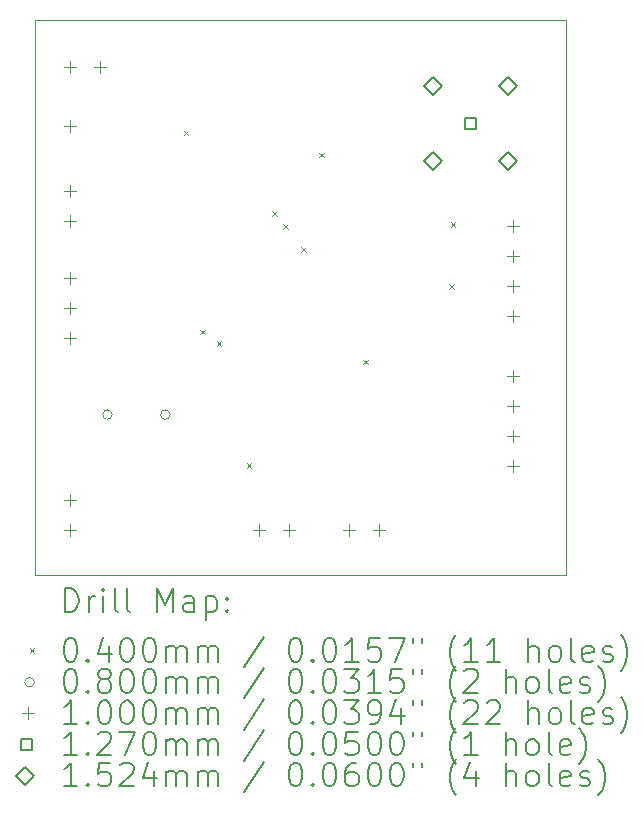
<source format=gbr>
%TF.GenerationSoftware,KiCad,Pcbnew,7.0.8-7.0.8~ubuntu22.04.1*%
%TF.CreationDate,2023-11-09T22:33:23+02:00*%
%TF.ProjectId,elepajaradio,656c6570-616a-4617-9261-64696f2e6b69,rev?*%
%TF.SameCoordinates,Original*%
%TF.FileFunction,Drillmap*%
%TF.FilePolarity,Positive*%
%FSLAX45Y45*%
G04 Gerber Fmt 4.5, Leading zero omitted, Abs format (unit mm)*
G04 Created by KiCad (PCBNEW 7.0.8-7.0.8~ubuntu22.04.1) date 2023-11-09 22:33:23*
%MOMM*%
%LPD*%
G01*
G04 APERTURE LIST*
%ADD10C,0.100000*%
%ADD11C,0.200000*%
%ADD12C,0.040000*%
%ADD13C,0.080000*%
%ADD14C,0.127000*%
%ADD15C,0.152400*%
G04 APERTURE END LIST*
D10*
X12200000Y-7100000D02*
X16700000Y-7100000D01*
X16700000Y-11800000D01*
X12200000Y-11800000D01*
X12200000Y-7100000D01*
D11*
D12*
X13460000Y-8040000D02*
X13500000Y-8080000D01*
X13500000Y-8040000D02*
X13460000Y-8080000D01*
X13600000Y-9725000D02*
X13640000Y-9765000D01*
X13640000Y-9725000D02*
X13600000Y-9765000D01*
X13738730Y-9821270D02*
X13778730Y-9861270D01*
X13778730Y-9821270D02*
X13738730Y-9861270D01*
X13993712Y-10854000D02*
X14033712Y-10894000D01*
X14033712Y-10854000D02*
X13993712Y-10894000D01*
X14209000Y-8724000D02*
X14249000Y-8764000D01*
X14249000Y-8724000D02*
X14209000Y-8764000D01*
X14305000Y-8830000D02*
X14345000Y-8870000D01*
X14345000Y-8830000D02*
X14305000Y-8870000D01*
X14455000Y-9030000D02*
X14495000Y-9070000D01*
X14495000Y-9030000D02*
X14455000Y-9070000D01*
X14608416Y-8227000D02*
X14648416Y-8267000D01*
X14648416Y-8227000D02*
X14608416Y-8267000D01*
X14980000Y-9980000D02*
X15020000Y-10020000D01*
X15020000Y-9980000D02*
X14980000Y-10020000D01*
X15710000Y-9341000D02*
X15750000Y-9381000D01*
X15750000Y-9341000D02*
X15710000Y-9381000D01*
X15721000Y-8815000D02*
X15761000Y-8855000D01*
X15761000Y-8815000D02*
X15721000Y-8855000D01*
D13*
X12855000Y-10445000D02*
G75*
G03*
X12855000Y-10445000I-40000J0D01*
G01*
X13345000Y-10445000D02*
G75*
G03*
X13345000Y-10445000I-40000J0D01*
G01*
D10*
X12500000Y-7450000D02*
X12500000Y-7550000D01*
X12450000Y-7500000D02*
X12550000Y-7500000D01*
X12500000Y-7950000D02*
X12500000Y-8050000D01*
X12450000Y-8000000D02*
X12550000Y-8000000D01*
X12500000Y-8502500D02*
X12500000Y-8602500D01*
X12450000Y-8552500D02*
X12550000Y-8552500D01*
X12500000Y-8756500D02*
X12500000Y-8856500D01*
X12450000Y-8806500D02*
X12550000Y-8806500D01*
X12500000Y-9241500D02*
X12500000Y-9341500D01*
X12450000Y-9291500D02*
X12550000Y-9291500D01*
X12500000Y-9495500D02*
X12500000Y-9595500D01*
X12450000Y-9545500D02*
X12550000Y-9545500D01*
X12500000Y-9749500D02*
X12500000Y-9849500D01*
X12450000Y-9799500D02*
X12550000Y-9799500D01*
X12500000Y-11119000D02*
X12500000Y-11219000D01*
X12450000Y-11169000D02*
X12550000Y-11169000D01*
X12500000Y-11373000D02*
X12500000Y-11473000D01*
X12450000Y-11423000D02*
X12550000Y-11423000D01*
X12754000Y-7450000D02*
X12754000Y-7550000D01*
X12704000Y-7500000D02*
X12804000Y-7500000D01*
X14097000Y-11373000D02*
X14097000Y-11473000D01*
X14047000Y-11423000D02*
X14147000Y-11423000D01*
X14351000Y-11373000D02*
X14351000Y-11473000D01*
X14301000Y-11423000D02*
X14401000Y-11423000D01*
X14859000Y-11373000D02*
X14859000Y-11473000D01*
X14809000Y-11423000D02*
X14909000Y-11423000D01*
X15113000Y-11373000D02*
X15113000Y-11473000D01*
X15063000Y-11423000D02*
X15163000Y-11423000D01*
X16250000Y-8799000D02*
X16250000Y-8899000D01*
X16200000Y-8849000D02*
X16300000Y-8849000D01*
X16250000Y-9053000D02*
X16250000Y-9153000D01*
X16200000Y-9103000D02*
X16300000Y-9103000D01*
X16250000Y-9307000D02*
X16250000Y-9407000D01*
X16200000Y-9357000D02*
X16300000Y-9357000D01*
X16250000Y-9561000D02*
X16250000Y-9661000D01*
X16200000Y-9611000D02*
X16300000Y-9611000D01*
X16250000Y-10069000D02*
X16250000Y-10169000D01*
X16200000Y-10119000D02*
X16300000Y-10119000D01*
X16250000Y-10323000D02*
X16250000Y-10423000D01*
X16200000Y-10373000D02*
X16300000Y-10373000D01*
X16250000Y-10577000D02*
X16250000Y-10677000D01*
X16200000Y-10627000D02*
X16300000Y-10627000D01*
X16250000Y-10831000D02*
X16250000Y-10931000D01*
X16200000Y-10881000D02*
X16300000Y-10881000D01*
D14*
X15931902Y-8025902D02*
X15931902Y-7936098D01*
X15842098Y-7936098D01*
X15842098Y-8025902D01*
X15931902Y-8025902D01*
D15*
X15569500Y-7739700D02*
X15645700Y-7663500D01*
X15569500Y-7587300D01*
X15493300Y-7663500D01*
X15569500Y-7739700D01*
X15569500Y-8374700D02*
X15645700Y-8298500D01*
X15569500Y-8222300D01*
X15493300Y-8298500D01*
X15569500Y-8374700D01*
X16204500Y-7739700D02*
X16280700Y-7663500D01*
X16204500Y-7587300D01*
X16128300Y-7663500D01*
X16204500Y-7739700D01*
X16204500Y-8374700D02*
X16280700Y-8298500D01*
X16204500Y-8222300D01*
X16128300Y-8298500D01*
X16204500Y-8374700D01*
D11*
X12455777Y-12116484D02*
X12455777Y-11916484D01*
X12455777Y-11916484D02*
X12503396Y-11916484D01*
X12503396Y-11916484D02*
X12531967Y-11926008D01*
X12531967Y-11926008D02*
X12551015Y-11945055D01*
X12551015Y-11945055D02*
X12560539Y-11964103D01*
X12560539Y-11964103D02*
X12570062Y-12002198D01*
X12570062Y-12002198D02*
X12570062Y-12030769D01*
X12570062Y-12030769D02*
X12560539Y-12068865D01*
X12560539Y-12068865D02*
X12551015Y-12087912D01*
X12551015Y-12087912D02*
X12531967Y-12106960D01*
X12531967Y-12106960D02*
X12503396Y-12116484D01*
X12503396Y-12116484D02*
X12455777Y-12116484D01*
X12655777Y-12116484D02*
X12655777Y-11983150D01*
X12655777Y-12021246D02*
X12665301Y-12002198D01*
X12665301Y-12002198D02*
X12674824Y-11992674D01*
X12674824Y-11992674D02*
X12693872Y-11983150D01*
X12693872Y-11983150D02*
X12712920Y-11983150D01*
X12779586Y-12116484D02*
X12779586Y-11983150D01*
X12779586Y-11916484D02*
X12770062Y-11926008D01*
X12770062Y-11926008D02*
X12779586Y-11935531D01*
X12779586Y-11935531D02*
X12789110Y-11926008D01*
X12789110Y-11926008D02*
X12779586Y-11916484D01*
X12779586Y-11916484D02*
X12779586Y-11935531D01*
X12903396Y-12116484D02*
X12884348Y-12106960D01*
X12884348Y-12106960D02*
X12874824Y-12087912D01*
X12874824Y-12087912D02*
X12874824Y-11916484D01*
X13008158Y-12116484D02*
X12989110Y-12106960D01*
X12989110Y-12106960D02*
X12979586Y-12087912D01*
X12979586Y-12087912D02*
X12979586Y-11916484D01*
X13236729Y-12116484D02*
X13236729Y-11916484D01*
X13236729Y-11916484D02*
X13303396Y-12059341D01*
X13303396Y-12059341D02*
X13370062Y-11916484D01*
X13370062Y-11916484D02*
X13370062Y-12116484D01*
X13551015Y-12116484D02*
X13551015Y-12011722D01*
X13551015Y-12011722D02*
X13541491Y-11992674D01*
X13541491Y-11992674D02*
X13522443Y-11983150D01*
X13522443Y-11983150D02*
X13484348Y-11983150D01*
X13484348Y-11983150D02*
X13465301Y-11992674D01*
X13551015Y-12106960D02*
X13531967Y-12116484D01*
X13531967Y-12116484D02*
X13484348Y-12116484D01*
X13484348Y-12116484D02*
X13465301Y-12106960D01*
X13465301Y-12106960D02*
X13455777Y-12087912D01*
X13455777Y-12087912D02*
X13455777Y-12068865D01*
X13455777Y-12068865D02*
X13465301Y-12049817D01*
X13465301Y-12049817D02*
X13484348Y-12040293D01*
X13484348Y-12040293D02*
X13531967Y-12040293D01*
X13531967Y-12040293D02*
X13551015Y-12030769D01*
X13646253Y-11983150D02*
X13646253Y-12183150D01*
X13646253Y-11992674D02*
X13665301Y-11983150D01*
X13665301Y-11983150D02*
X13703396Y-11983150D01*
X13703396Y-11983150D02*
X13722443Y-11992674D01*
X13722443Y-11992674D02*
X13731967Y-12002198D01*
X13731967Y-12002198D02*
X13741491Y-12021246D01*
X13741491Y-12021246D02*
X13741491Y-12078388D01*
X13741491Y-12078388D02*
X13731967Y-12097436D01*
X13731967Y-12097436D02*
X13722443Y-12106960D01*
X13722443Y-12106960D02*
X13703396Y-12116484D01*
X13703396Y-12116484D02*
X13665301Y-12116484D01*
X13665301Y-12116484D02*
X13646253Y-12106960D01*
X13827205Y-12097436D02*
X13836729Y-12106960D01*
X13836729Y-12106960D02*
X13827205Y-12116484D01*
X13827205Y-12116484D02*
X13817682Y-12106960D01*
X13817682Y-12106960D02*
X13827205Y-12097436D01*
X13827205Y-12097436D02*
X13827205Y-12116484D01*
X13827205Y-11992674D02*
X13836729Y-12002198D01*
X13836729Y-12002198D02*
X13827205Y-12011722D01*
X13827205Y-12011722D02*
X13817682Y-12002198D01*
X13817682Y-12002198D02*
X13827205Y-11992674D01*
X13827205Y-11992674D02*
X13827205Y-12011722D01*
D12*
X12155000Y-12425000D02*
X12195000Y-12465000D01*
X12195000Y-12425000D02*
X12155000Y-12465000D01*
D11*
X12493872Y-12336484D02*
X12512920Y-12336484D01*
X12512920Y-12336484D02*
X12531967Y-12346008D01*
X12531967Y-12346008D02*
X12541491Y-12355531D01*
X12541491Y-12355531D02*
X12551015Y-12374579D01*
X12551015Y-12374579D02*
X12560539Y-12412674D01*
X12560539Y-12412674D02*
X12560539Y-12460293D01*
X12560539Y-12460293D02*
X12551015Y-12498388D01*
X12551015Y-12498388D02*
X12541491Y-12517436D01*
X12541491Y-12517436D02*
X12531967Y-12526960D01*
X12531967Y-12526960D02*
X12512920Y-12536484D01*
X12512920Y-12536484D02*
X12493872Y-12536484D01*
X12493872Y-12536484D02*
X12474824Y-12526960D01*
X12474824Y-12526960D02*
X12465301Y-12517436D01*
X12465301Y-12517436D02*
X12455777Y-12498388D01*
X12455777Y-12498388D02*
X12446253Y-12460293D01*
X12446253Y-12460293D02*
X12446253Y-12412674D01*
X12446253Y-12412674D02*
X12455777Y-12374579D01*
X12455777Y-12374579D02*
X12465301Y-12355531D01*
X12465301Y-12355531D02*
X12474824Y-12346008D01*
X12474824Y-12346008D02*
X12493872Y-12336484D01*
X12646253Y-12517436D02*
X12655777Y-12526960D01*
X12655777Y-12526960D02*
X12646253Y-12536484D01*
X12646253Y-12536484D02*
X12636729Y-12526960D01*
X12636729Y-12526960D02*
X12646253Y-12517436D01*
X12646253Y-12517436D02*
X12646253Y-12536484D01*
X12827205Y-12403150D02*
X12827205Y-12536484D01*
X12779586Y-12326960D02*
X12731967Y-12469817D01*
X12731967Y-12469817D02*
X12855777Y-12469817D01*
X12970062Y-12336484D02*
X12989110Y-12336484D01*
X12989110Y-12336484D02*
X13008158Y-12346008D01*
X13008158Y-12346008D02*
X13017682Y-12355531D01*
X13017682Y-12355531D02*
X13027205Y-12374579D01*
X13027205Y-12374579D02*
X13036729Y-12412674D01*
X13036729Y-12412674D02*
X13036729Y-12460293D01*
X13036729Y-12460293D02*
X13027205Y-12498388D01*
X13027205Y-12498388D02*
X13017682Y-12517436D01*
X13017682Y-12517436D02*
X13008158Y-12526960D01*
X13008158Y-12526960D02*
X12989110Y-12536484D01*
X12989110Y-12536484D02*
X12970062Y-12536484D01*
X12970062Y-12536484D02*
X12951015Y-12526960D01*
X12951015Y-12526960D02*
X12941491Y-12517436D01*
X12941491Y-12517436D02*
X12931967Y-12498388D01*
X12931967Y-12498388D02*
X12922443Y-12460293D01*
X12922443Y-12460293D02*
X12922443Y-12412674D01*
X12922443Y-12412674D02*
X12931967Y-12374579D01*
X12931967Y-12374579D02*
X12941491Y-12355531D01*
X12941491Y-12355531D02*
X12951015Y-12346008D01*
X12951015Y-12346008D02*
X12970062Y-12336484D01*
X13160539Y-12336484D02*
X13179586Y-12336484D01*
X13179586Y-12336484D02*
X13198634Y-12346008D01*
X13198634Y-12346008D02*
X13208158Y-12355531D01*
X13208158Y-12355531D02*
X13217682Y-12374579D01*
X13217682Y-12374579D02*
X13227205Y-12412674D01*
X13227205Y-12412674D02*
X13227205Y-12460293D01*
X13227205Y-12460293D02*
X13217682Y-12498388D01*
X13217682Y-12498388D02*
X13208158Y-12517436D01*
X13208158Y-12517436D02*
X13198634Y-12526960D01*
X13198634Y-12526960D02*
X13179586Y-12536484D01*
X13179586Y-12536484D02*
X13160539Y-12536484D01*
X13160539Y-12536484D02*
X13141491Y-12526960D01*
X13141491Y-12526960D02*
X13131967Y-12517436D01*
X13131967Y-12517436D02*
X13122443Y-12498388D01*
X13122443Y-12498388D02*
X13112920Y-12460293D01*
X13112920Y-12460293D02*
X13112920Y-12412674D01*
X13112920Y-12412674D02*
X13122443Y-12374579D01*
X13122443Y-12374579D02*
X13131967Y-12355531D01*
X13131967Y-12355531D02*
X13141491Y-12346008D01*
X13141491Y-12346008D02*
X13160539Y-12336484D01*
X13312920Y-12536484D02*
X13312920Y-12403150D01*
X13312920Y-12422198D02*
X13322443Y-12412674D01*
X13322443Y-12412674D02*
X13341491Y-12403150D01*
X13341491Y-12403150D02*
X13370063Y-12403150D01*
X13370063Y-12403150D02*
X13389110Y-12412674D01*
X13389110Y-12412674D02*
X13398634Y-12431722D01*
X13398634Y-12431722D02*
X13398634Y-12536484D01*
X13398634Y-12431722D02*
X13408158Y-12412674D01*
X13408158Y-12412674D02*
X13427205Y-12403150D01*
X13427205Y-12403150D02*
X13455777Y-12403150D01*
X13455777Y-12403150D02*
X13474824Y-12412674D01*
X13474824Y-12412674D02*
X13484348Y-12431722D01*
X13484348Y-12431722D02*
X13484348Y-12536484D01*
X13579586Y-12536484D02*
X13579586Y-12403150D01*
X13579586Y-12422198D02*
X13589110Y-12412674D01*
X13589110Y-12412674D02*
X13608158Y-12403150D01*
X13608158Y-12403150D02*
X13636729Y-12403150D01*
X13636729Y-12403150D02*
X13655777Y-12412674D01*
X13655777Y-12412674D02*
X13665301Y-12431722D01*
X13665301Y-12431722D02*
X13665301Y-12536484D01*
X13665301Y-12431722D02*
X13674824Y-12412674D01*
X13674824Y-12412674D02*
X13693872Y-12403150D01*
X13693872Y-12403150D02*
X13722443Y-12403150D01*
X13722443Y-12403150D02*
X13741491Y-12412674D01*
X13741491Y-12412674D02*
X13751015Y-12431722D01*
X13751015Y-12431722D02*
X13751015Y-12536484D01*
X14141491Y-12326960D02*
X13970063Y-12584103D01*
X14398634Y-12336484D02*
X14417682Y-12336484D01*
X14417682Y-12336484D02*
X14436729Y-12346008D01*
X14436729Y-12346008D02*
X14446253Y-12355531D01*
X14446253Y-12355531D02*
X14455777Y-12374579D01*
X14455777Y-12374579D02*
X14465301Y-12412674D01*
X14465301Y-12412674D02*
X14465301Y-12460293D01*
X14465301Y-12460293D02*
X14455777Y-12498388D01*
X14455777Y-12498388D02*
X14446253Y-12517436D01*
X14446253Y-12517436D02*
X14436729Y-12526960D01*
X14436729Y-12526960D02*
X14417682Y-12536484D01*
X14417682Y-12536484D02*
X14398634Y-12536484D01*
X14398634Y-12536484D02*
X14379586Y-12526960D01*
X14379586Y-12526960D02*
X14370063Y-12517436D01*
X14370063Y-12517436D02*
X14360539Y-12498388D01*
X14360539Y-12498388D02*
X14351015Y-12460293D01*
X14351015Y-12460293D02*
X14351015Y-12412674D01*
X14351015Y-12412674D02*
X14360539Y-12374579D01*
X14360539Y-12374579D02*
X14370063Y-12355531D01*
X14370063Y-12355531D02*
X14379586Y-12346008D01*
X14379586Y-12346008D02*
X14398634Y-12336484D01*
X14551015Y-12517436D02*
X14560539Y-12526960D01*
X14560539Y-12526960D02*
X14551015Y-12536484D01*
X14551015Y-12536484D02*
X14541491Y-12526960D01*
X14541491Y-12526960D02*
X14551015Y-12517436D01*
X14551015Y-12517436D02*
X14551015Y-12536484D01*
X14684348Y-12336484D02*
X14703396Y-12336484D01*
X14703396Y-12336484D02*
X14722444Y-12346008D01*
X14722444Y-12346008D02*
X14731967Y-12355531D01*
X14731967Y-12355531D02*
X14741491Y-12374579D01*
X14741491Y-12374579D02*
X14751015Y-12412674D01*
X14751015Y-12412674D02*
X14751015Y-12460293D01*
X14751015Y-12460293D02*
X14741491Y-12498388D01*
X14741491Y-12498388D02*
X14731967Y-12517436D01*
X14731967Y-12517436D02*
X14722444Y-12526960D01*
X14722444Y-12526960D02*
X14703396Y-12536484D01*
X14703396Y-12536484D02*
X14684348Y-12536484D01*
X14684348Y-12536484D02*
X14665301Y-12526960D01*
X14665301Y-12526960D02*
X14655777Y-12517436D01*
X14655777Y-12517436D02*
X14646253Y-12498388D01*
X14646253Y-12498388D02*
X14636729Y-12460293D01*
X14636729Y-12460293D02*
X14636729Y-12412674D01*
X14636729Y-12412674D02*
X14646253Y-12374579D01*
X14646253Y-12374579D02*
X14655777Y-12355531D01*
X14655777Y-12355531D02*
X14665301Y-12346008D01*
X14665301Y-12346008D02*
X14684348Y-12336484D01*
X14941491Y-12536484D02*
X14827206Y-12536484D01*
X14884348Y-12536484D02*
X14884348Y-12336484D01*
X14884348Y-12336484D02*
X14865301Y-12365055D01*
X14865301Y-12365055D02*
X14846253Y-12384103D01*
X14846253Y-12384103D02*
X14827206Y-12393627D01*
X15122444Y-12336484D02*
X15027206Y-12336484D01*
X15027206Y-12336484D02*
X15017682Y-12431722D01*
X15017682Y-12431722D02*
X15027206Y-12422198D01*
X15027206Y-12422198D02*
X15046253Y-12412674D01*
X15046253Y-12412674D02*
X15093872Y-12412674D01*
X15093872Y-12412674D02*
X15112920Y-12422198D01*
X15112920Y-12422198D02*
X15122444Y-12431722D01*
X15122444Y-12431722D02*
X15131967Y-12450769D01*
X15131967Y-12450769D02*
X15131967Y-12498388D01*
X15131967Y-12498388D02*
X15122444Y-12517436D01*
X15122444Y-12517436D02*
X15112920Y-12526960D01*
X15112920Y-12526960D02*
X15093872Y-12536484D01*
X15093872Y-12536484D02*
X15046253Y-12536484D01*
X15046253Y-12536484D02*
X15027206Y-12526960D01*
X15027206Y-12526960D02*
X15017682Y-12517436D01*
X15198634Y-12336484D02*
X15331967Y-12336484D01*
X15331967Y-12336484D02*
X15246253Y-12536484D01*
X15398634Y-12336484D02*
X15398634Y-12374579D01*
X15474825Y-12336484D02*
X15474825Y-12374579D01*
X15770063Y-12612674D02*
X15760539Y-12603150D01*
X15760539Y-12603150D02*
X15741491Y-12574579D01*
X15741491Y-12574579D02*
X15731968Y-12555531D01*
X15731968Y-12555531D02*
X15722444Y-12526960D01*
X15722444Y-12526960D02*
X15712920Y-12479341D01*
X15712920Y-12479341D02*
X15712920Y-12441246D01*
X15712920Y-12441246D02*
X15722444Y-12393627D01*
X15722444Y-12393627D02*
X15731968Y-12365055D01*
X15731968Y-12365055D02*
X15741491Y-12346008D01*
X15741491Y-12346008D02*
X15760539Y-12317436D01*
X15760539Y-12317436D02*
X15770063Y-12307912D01*
X15951015Y-12536484D02*
X15836729Y-12536484D01*
X15893872Y-12536484D02*
X15893872Y-12336484D01*
X15893872Y-12336484D02*
X15874825Y-12365055D01*
X15874825Y-12365055D02*
X15855777Y-12384103D01*
X15855777Y-12384103D02*
X15836729Y-12393627D01*
X16141491Y-12536484D02*
X16027206Y-12536484D01*
X16084348Y-12536484D02*
X16084348Y-12336484D01*
X16084348Y-12336484D02*
X16065301Y-12365055D01*
X16065301Y-12365055D02*
X16046253Y-12384103D01*
X16046253Y-12384103D02*
X16027206Y-12393627D01*
X16379587Y-12536484D02*
X16379587Y-12336484D01*
X16465301Y-12536484D02*
X16465301Y-12431722D01*
X16465301Y-12431722D02*
X16455777Y-12412674D01*
X16455777Y-12412674D02*
X16436730Y-12403150D01*
X16436730Y-12403150D02*
X16408158Y-12403150D01*
X16408158Y-12403150D02*
X16389110Y-12412674D01*
X16389110Y-12412674D02*
X16379587Y-12422198D01*
X16589110Y-12536484D02*
X16570063Y-12526960D01*
X16570063Y-12526960D02*
X16560539Y-12517436D01*
X16560539Y-12517436D02*
X16551015Y-12498388D01*
X16551015Y-12498388D02*
X16551015Y-12441246D01*
X16551015Y-12441246D02*
X16560539Y-12422198D01*
X16560539Y-12422198D02*
X16570063Y-12412674D01*
X16570063Y-12412674D02*
X16589110Y-12403150D01*
X16589110Y-12403150D02*
X16617682Y-12403150D01*
X16617682Y-12403150D02*
X16636730Y-12412674D01*
X16636730Y-12412674D02*
X16646253Y-12422198D01*
X16646253Y-12422198D02*
X16655777Y-12441246D01*
X16655777Y-12441246D02*
X16655777Y-12498388D01*
X16655777Y-12498388D02*
X16646253Y-12517436D01*
X16646253Y-12517436D02*
X16636730Y-12526960D01*
X16636730Y-12526960D02*
X16617682Y-12536484D01*
X16617682Y-12536484D02*
X16589110Y-12536484D01*
X16770063Y-12536484D02*
X16751015Y-12526960D01*
X16751015Y-12526960D02*
X16741491Y-12507912D01*
X16741491Y-12507912D02*
X16741491Y-12336484D01*
X16922444Y-12526960D02*
X16903396Y-12536484D01*
X16903396Y-12536484D02*
X16865301Y-12536484D01*
X16865301Y-12536484D02*
X16846253Y-12526960D01*
X16846253Y-12526960D02*
X16836730Y-12507912D01*
X16836730Y-12507912D02*
X16836730Y-12431722D01*
X16836730Y-12431722D02*
X16846253Y-12412674D01*
X16846253Y-12412674D02*
X16865301Y-12403150D01*
X16865301Y-12403150D02*
X16903396Y-12403150D01*
X16903396Y-12403150D02*
X16922444Y-12412674D01*
X16922444Y-12412674D02*
X16931968Y-12431722D01*
X16931968Y-12431722D02*
X16931968Y-12450769D01*
X16931968Y-12450769D02*
X16836730Y-12469817D01*
X17008158Y-12526960D02*
X17027206Y-12536484D01*
X17027206Y-12536484D02*
X17065301Y-12536484D01*
X17065301Y-12536484D02*
X17084349Y-12526960D01*
X17084349Y-12526960D02*
X17093873Y-12507912D01*
X17093873Y-12507912D02*
X17093873Y-12498388D01*
X17093873Y-12498388D02*
X17084349Y-12479341D01*
X17084349Y-12479341D02*
X17065301Y-12469817D01*
X17065301Y-12469817D02*
X17036730Y-12469817D01*
X17036730Y-12469817D02*
X17017682Y-12460293D01*
X17017682Y-12460293D02*
X17008158Y-12441246D01*
X17008158Y-12441246D02*
X17008158Y-12431722D01*
X17008158Y-12431722D02*
X17017682Y-12412674D01*
X17017682Y-12412674D02*
X17036730Y-12403150D01*
X17036730Y-12403150D02*
X17065301Y-12403150D01*
X17065301Y-12403150D02*
X17084349Y-12412674D01*
X17160539Y-12612674D02*
X17170063Y-12603150D01*
X17170063Y-12603150D02*
X17189111Y-12574579D01*
X17189111Y-12574579D02*
X17198634Y-12555531D01*
X17198634Y-12555531D02*
X17208158Y-12526960D01*
X17208158Y-12526960D02*
X17217682Y-12479341D01*
X17217682Y-12479341D02*
X17217682Y-12441246D01*
X17217682Y-12441246D02*
X17208158Y-12393627D01*
X17208158Y-12393627D02*
X17198634Y-12365055D01*
X17198634Y-12365055D02*
X17189111Y-12346008D01*
X17189111Y-12346008D02*
X17170063Y-12317436D01*
X17170063Y-12317436D02*
X17160539Y-12307912D01*
D13*
X12195000Y-12709000D02*
G75*
G03*
X12195000Y-12709000I-40000J0D01*
G01*
D11*
X12493872Y-12600484D02*
X12512920Y-12600484D01*
X12512920Y-12600484D02*
X12531967Y-12610008D01*
X12531967Y-12610008D02*
X12541491Y-12619531D01*
X12541491Y-12619531D02*
X12551015Y-12638579D01*
X12551015Y-12638579D02*
X12560539Y-12676674D01*
X12560539Y-12676674D02*
X12560539Y-12724293D01*
X12560539Y-12724293D02*
X12551015Y-12762388D01*
X12551015Y-12762388D02*
X12541491Y-12781436D01*
X12541491Y-12781436D02*
X12531967Y-12790960D01*
X12531967Y-12790960D02*
X12512920Y-12800484D01*
X12512920Y-12800484D02*
X12493872Y-12800484D01*
X12493872Y-12800484D02*
X12474824Y-12790960D01*
X12474824Y-12790960D02*
X12465301Y-12781436D01*
X12465301Y-12781436D02*
X12455777Y-12762388D01*
X12455777Y-12762388D02*
X12446253Y-12724293D01*
X12446253Y-12724293D02*
X12446253Y-12676674D01*
X12446253Y-12676674D02*
X12455777Y-12638579D01*
X12455777Y-12638579D02*
X12465301Y-12619531D01*
X12465301Y-12619531D02*
X12474824Y-12610008D01*
X12474824Y-12610008D02*
X12493872Y-12600484D01*
X12646253Y-12781436D02*
X12655777Y-12790960D01*
X12655777Y-12790960D02*
X12646253Y-12800484D01*
X12646253Y-12800484D02*
X12636729Y-12790960D01*
X12636729Y-12790960D02*
X12646253Y-12781436D01*
X12646253Y-12781436D02*
X12646253Y-12800484D01*
X12770062Y-12686198D02*
X12751015Y-12676674D01*
X12751015Y-12676674D02*
X12741491Y-12667150D01*
X12741491Y-12667150D02*
X12731967Y-12648103D01*
X12731967Y-12648103D02*
X12731967Y-12638579D01*
X12731967Y-12638579D02*
X12741491Y-12619531D01*
X12741491Y-12619531D02*
X12751015Y-12610008D01*
X12751015Y-12610008D02*
X12770062Y-12600484D01*
X12770062Y-12600484D02*
X12808158Y-12600484D01*
X12808158Y-12600484D02*
X12827205Y-12610008D01*
X12827205Y-12610008D02*
X12836729Y-12619531D01*
X12836729Y-12619531D02*
X12846253Y-12638579D01*
X12846253Y-12638579D02*
X12846253Y-12648103D01*
X12846253Y-12648103D02*
X12836729Y-12667150D01*
X12836729Y-12667150D02*
X12827205Y-12676674D01*
X12827205Y-12676674D02*
X12808158Y-12686198D01*
X12808158Y-12686198D02*
X12770062Y-12686198D01*
X12770062Y-12686198D02*
X12751015Y-12695722D01*
X12751015Y-12695722D02*
X12741491Y-12705246D01*
X12741491Y-12705246D02*
X12731967Y-12724293D01*
X12731967Y-12724293D02*
X12731967Y-12762388D01*
X12731967Y-12762388D02*
X12741491Y-12781436D01*
X12741491Y-12781436D02*
X12751015Y-12790960D01*
X12751015Y-12790960D02*
X12770062Y-12800484D01*
X12770062Y-12800484D02*
X12808158Y-12800484D01*
X12808158Y-12800484D02*
X12827205Y-12790960D01*
X12827205Y-12790960D02*
X12836729Y-12781436D01*
X12836729Y-12781436D02*
X12846253Y-12762388D01*
X12846253Y-12762388D02*
X12846253Y-12724293D01*
X12846253Y-12724293D02*
X12836729Y-12705246D01*
X12836729Y-12705246D02*
X12827205Y-12695722D01*
X12827205Y-12695722D02*
X12808158Y-12686198D01*
X12970062Y-12600484D02*
X12989110Y-12600484D01*
X12989110Y-12600484D02*
X13008158Y-12610008D01*
X13008158Y-12610008D02*
X13017682Y-12619531D01*
X13017682Y-12619531D02*
X13027205Y-12638579D01*
X13027205Y-12638579D02*
X13036729Y-12676674D01*
X13036729Y-12676674D02*
X13036729Y-12724293D01*
X13036729Y-12724293D02*
X13027205Y-12762388D01*
X13027205Y-12762388D02*
X13017682Y-12781436D01*
X13017682Y-12781436D02*
X13008158Y-12790960D01*
X13008158Y-12790960D02*
X12989110Y-12800484D01*
X12989110Y-12800484D02*
X12970062Y-12800484D01*
X12970062Y-12800484D02*
X12951015Y-12790960D01*
X12951015Y-12790960D02*
X12941491Y-12781436D01*
X12941491Y-12781436D02*
X12931967Y-12762388D01*
X12931967Y-12762388D02*
X12922443Y-12724293D01*
X12922443Y-12724293D02*
X12922443Y-12676674D01*
X12922443Y-12676674D02*
X12931967Y-12638579D01*
X12931967Y-12638579D02*
X12941491Y-12619531D01*
X12941491Y-12619531D02*
X12951015Y-12610008D01*
X12951015Y-12610008D02*
X12970062Y-12600484D01*
X13160539Y-12600484D02*
X13179586Y-12600484D01*
X13179586Y-12600484D02*
X13198634Y-12610008D01*
X13198634Y-12610008D02*
X13208158Y-12619531D01*
X13208158Y-12619531D02*
X13217682Y-12638579D01*
X13217682Y-12638579D02*
X13227205Y-12676674D01*
X13227205Y-12676674D02*
X13227205Y-12724293D01*
X13227205Y-12724293D02*
X13217682Y-12762388D01*
X13217682Y-12762388D02*
X13208158Y-12781436D01*
X13208158Y-12781436D02*
X13198634Y-12790960D01*
X13198634Y-12790960D02*
X13179586Y-12800484D01*
X13179586Y-12800484D02*
X13160539Y-12800484D01*
X13160539Y-12800484D02*
X13141491Y-12790960D01*
X13141491Y-12790960D02*
X13131967Y-12781436D01*
X13131967Y-12781436D02*
X13122443Y-12762388D01*
X13122443Y-12762388D02*
X13112920Y-12724293D01*
X13112920Y-12724293D02*
X13112920Y-12676674D01*
X13112920Y-12676674D02*
X13122443Y-12638579D01*
X13122443Y-12638579D02*
X13131967Y-12619531D01*
X13131967Y-12619531D02*
X13141491Y-12610008D01*
X13141491Y-12610008D02*
X13160539Y-12600484D01*
X13312920Y-12800484D02*
X13312920Y-12667150D01*
X13312920Y-12686198D02*
X13322443Y-12676674D01*
X13322443Y-12676674D02*
X13341491Y-12667150D01*
X13341491Y-12667150D02*
X13370063Y-12667150D01*
X13370063Y-12667150D02*
X13389110Y-12676674D01*
X13389110Y-12676674D02*
X13398634Y-12695722D01*
X13398634Y-12695722D02*
X13398634Y-12800484D01*
X13398634Y-12695722D02*
X13408158Y-12676674D01*
X13408158Y-12676674D02*
X13427205Y-12667150D01*
X13427205Y-12667150D02*
X13455777Y-12667150D01*
X13455777Y-12667150D02*
X13474824Y-12676674D01*
X13474824Y-12676674D02*
X13484348Y-12695722D01*
X13484348Y-12695722D02*
X13484348Y-12800484D01*
X13579586Y-12800484D02*
X13579586Y-12667150D01*
X13579586Y-12686198D02*
X13589110Y-12676674D01*
X13589110Y-12676674D02*
X13608158Y-12667150D01*
X13608158Y-12667150D02*
X13636729Y-12667150D01*
X13636729Y-12667150D02*
X13655777Y-12676674D01*
X13655777Y-12676674D02*
X13665301Y-12695722D01*
X13665301Y-12695722D02*
X13665301Y-12800484D01*
X13665301Y-12695722D02*
X13674824Y-12676674D01*
X13674824Y-12676674D02*
X13693872Y-12667150D01*
X13693872Y-12667150D02*
X13722443Y-12667150D01*
X13722443Y-12667150D02*
X13741491Y-12676674D01*
X13741491Y-12676674D02*
X13751015Y-12695722D01*
X13751015Y-12695722D02*
X13751015Y-12800484D01*
X14141491Y-12590960D02*
X13970063Y-12848103D01*
X14398634Y-12600484D02*
X14417682Y-12600484D01*
X14417682Y-12600484D02*
X14436729Y-12610008D01*
X14436729Y-12610008D02*
X14446253Y-12619531D01*
X14446253Y-12619531D02*
X14455777Y-12638579D01*
X14455777Y-12638579D02*
X14465301Y-12676674D01*
X14465301Y-12676674D02*
X14465301Y-12724293D01*
X14465301Y-12724293D02*
X14455777Y-12762388D01*
X14455777Y-12762388D02*
X14446253Y-12781436D01*
X14446253Y-12781436D02*
X14436729Y-12790960D01*
X14436729Y-12790960D02*
X14417682Y-12800484D01*
X14417682Y-12800484D02*
X14398634Y-12800484D01*
X14398634Y-12800484D02*
X14379586Y-12790960D01*
X14379586Y-12790960D02*
X14370063Y-12781436D01*
X14370063Y-12781436D02*
X14360539Y-12762388D01*
X14360539Y-12762388D02*
X14351015Y-12724293D01*
X14351015Y-12724293D02*
X14351015Y-12676674D01*
X14351015Y-12676674D02*
X14360539Y-12638579D01*
X14360539Y-12638579D02*
X14370063Y-12619531D01*
X14370063Y-12619531D02*
X14379586Y-12610008D01*
X14379586Y-12610008D02*
X14398634Y-12600484D01*
X14551015Y-12781436D02*
X14560539Y-12790960D01*
X14560539Y-12790960D02*
X14551015Y-12800484D01*
X14551015Y-12800484D02*
X14541491Y-12790960D01*
X14541491Y-12790960D02*
X14551015Y-12781436D01*
X14551015Y-12781436D02*
X14551015Y-12800484D01*
X14684348Y-12600484D02*
X14703396Y-12600484D01*
X14703396Y-12600484D02*
X14722444Y-12610008D01*
X14722444Y-12610008D02*
X14731967Y-12619531D01*
X14731967Y-12619531D02*
X14741491Y-12638579D01*
X14741491Y-12638579D02*
X14751015Y-12676674D01*
X14751015Y-12676674D02*
X14751015Y-12724293D01*
X14751015Y-12724293D02*
X14741491Y-12762388D01*
X14741491Y-12762388D02*
X14731967Y-12781436D01*
X14731967Y-12781436D02*
X14722444Y-12790960D01*
X14722444Y-12790960D02*
X14703396Y-12800484D01*
X14703396Y-12800484D02*
X14684348Y-12800484D01*
X14684348Y-12800484D02*
X14665301Y-12790960D01*
X14665301Y-12790960D02*
X14655777Y-12781436D01*
X14655777Y-12781436D02*
X14646253Y-12762388D01*
X14646253Y-12762388D02*
X14636729Y-12724293D01*
X14636729Y-12724293D02*
X14636729Y-12676674D01*
X14636729Y-12676674D02*
X14646253Y-12638579D01*
X14646253Y-12638579D02*
X14655777Y-12619531D01*
X14655777Y-12619531D02*
X14665301Y-12610008D01*
X14665301Y-12610008D02*
X14684348Y-12600484D01*
X14817682Y-12600484D02*
X14941491Y-12600484D01*
X14941491Y-12600484D02*
X14874825Y-12676674D01*
X14874825Y-12676674D02*
X14903396Y-12676674D01*
X14903396Y-12676674D02*
X14922444Y-12686198D01*
X14922444Y-12686198D02*
X14931967Y-12695722D01*
X14931967Y-12695722D02*
X14941491Y-12714769D01*
X14941491Y-12714769D02*
X14941491Y-12762388D01*
X14941491Y-12762388D02*
X14931967Y-12781436D01*
X14931967Y-12781436D02*
X14922444Y-12790960D01*
X14922444Y-12790960D02*
X14903396Y-12800484D01*
X14903396Y-12800484D02*
X14846253Y-12800484D01*
X14846253Y-12800484D02*
X14827206Y-12790960D01*
X14827206Y-12790960D02*
X14817682Y-12781436D01*
X15131967Y-12800484D02*
X15017682Y-12800484D01*
X15074825Y-12800484D02*
X15074825Y-12600484D01*
X15074825Y-12600484D02*
X15055777Y-12629055D01*
X15055777Y-12629055D02*
X15036729Y-12648103D01*
X15036729Y-12648103D02*
X15017682Y-12657627D01*
X15312920Y-12600484D02*
X15217682Y-12600484D01*
X15217682Y-12600484D02*
X15208158Y-12695722D01*
X15208158Y-12695722D02*
X15217682Y-12686198D01*
X15217682Y-12686198D02*
X15236729Y-12676674D01*
X15236729Y-12676674D02*
X15284348Y-12676674D01*
X15284348Y-12676674D02*
X15303396Y-12686198D01*
X15303396Y-12686198D02*
X15312920Y-12695722D01*
X15312920Y-12695722D02*
X15322444Y-12714769D01*
X15322444Y-12714769D02*
X15322444Y-12762388D01*
X15322444Y-12762388D02*
X15312920Y-12781436D01*
X15312920Y-12781436D02*
X15303396Y-12790960D01*
X15303396Y-12790960D02*
X15284348Y-12800484D01*
X15284348Y-12800484D02*
X15236729Y-12800484D01*
X15236729Y-12800484D02*
X15217682Y-12790960D01*
X15217682Y-12790960D02*
X15208158Y-12781436D01*
X15398634Y-12600484D02*
X15398634Y-12638579D01*
X15474825Y-12600484D02*
X15474825Y-12638579D01*
X15770063Y-12876674D02*
X15760539Y-12867150D01*
X15760539Y-12867150D02*
X15741491Y-12838579D01*
X15741491Y-12838579D02*
X15731968Y-12819531D01*
X15731968Y-12819531D02*
X15722444Y-12790960D01*
X15722444Y-12790960D02*
X15712920Y-12743341D01*
X15712920Y-12743341D02*
X15712920Y-12705246D01*
X15712920Y-12705246D02*
X15722444Y-12657627D01*
X15722444Y-12657627D02*
X15731968Y-12629055D01*
X15731968Y-12629055D02*
X15741491Y-12610008D01*
X15741491Y-12610008D02*
X15760539Y-12581436D01*
X15760539Y-12581436D02*
X15770063Y-12571912D01*
X15836729Y-12619531D02*
X15846253Y-12610008D01*
X15846253Y-12610008D02*
X15865301Y-12600484D01*
X15865301Y-12600484D02*
X15912920Y-12600484D01*
X15912920Y-12600484D02*
X15931968Y-12610008D01*
X15931968Y-12610008D02*
X15941491Y-12619531D01*
X15941491Y-12619531D02*
X15951015Y-12638579D01*
X15951015Y-12638579D02*
X15951015Y-12657627D01*
X15951015Y-12657627D02*
X15941491Y-12686198D01*
X15941491Y-12686198D02*
X15827206Y-12800484D01*
X15827206Y-12800484D02*
X15951015Y-12800484D01*
X16189110Y-12800484D02*
X16189110Y-12600484D01*
X16274825Y-12800484D02*
X16274825Y-12695722D01*
X16274825Y-12695722D02*
X16265301Y-12676674D01*
X16265301Y-12676674D02*
X16246253Y-12667150D01*
X16246253Y-12667150D02*
X16217682Y-12667150D01*
X16217682Y-12667150D02*
X16198634Y-12676674D01*
X16198634Y-12676674D02*
X16189110Y-12686198D01*
X16398634Y-12800484D02*
X16379587Y-12790960D01*
X16379587Y-12790960D02*
X16370063Y-12781436D01*
X16370063Y-12781436D02*
X16360539Y-12762388D01*
X16360539Y-12762388D02*
X16360539Y-12705246D01*
X16360539Y-12705246D02*
X16370063Y-12686198D01*
X16370063Y-12686198D02*
X16379587Y-12676674D01*
X16379587Y-12676674D02*
X16398634Y-12667150D01*
X16398634Y-12667150D02*
X16427206Y-12667150D01*
X16427206Y-12667150D02*
X16446253Y-12676674D01*
X16446253Y-12676674D02*
X16455777Y-12686198D01*
X16455777Y-12686198D02*
X16465301Y-12705246D01*
X16465301Y-12705246D02*
X16465301Y-12762388D01*
X16465301Y-12762388D02*
X16455777Y-12781436D01*
X16455777Y-12781436D02*
X16446253Y-12790960D01*
X16446253Y-12790960D02*
X16427206Y-12800484D01*
X16427206Y-12800484D02*
X16398634Y-12800484D01*
X16579587Y-12800484D02*
X16560539Y-12790960D01*
X16560539Y-12790960D02*
X16551015Y-12771912D01*
X16551015Y-12771912D02*
X16551015Y-12600484D01*
X16731968Y-12790960D02*
X16712920Y-12800484D01*
X16712920Y-12800484D02*
X16674825Y-12800484D01*
X16674825Y-12800484D02*
X16655777Y-12790960D01*
X16655777Y-12790960D02*
X16646253Y-12771912D01*
X16646253Y-12771912D02*
X16646253Y-12695722D01*
X16646253Y-12695722D02*
X16655777Y-12676674D01*
X16655777Y-12676674D02*
X16674825Y-12667150D01*
X16674825Y-12667150D02*
X16712920Y-12667150D01*
X16712920Y-12667150D02*
X16731968Y-12676674D01*
X16731968Y-12676674D02*
X16741491Y-12695722D01*
X16741491Y-12695722D02*
X16741491Y-12714769D01*
X16741491Y-12714769D02*
X16646253Y-12733817D01*
X16817682Y-12790960D02*
X16836730Y-12800484D01*
X16836730Y-12800484D02*
X16874825Y-12800484D01*
X16874825Y-12800484D02*
X16893873Y-12790960D01*
X16893873Y-12790960D02*
X16903396Y-12771912D01*
X16903396Y-12771912D02*
X16903396Y-12762388D01*
X16903396Y-12762388D02*
X16893873Y-12743341D01*
X16893873Y-12743341D02*
X16874825Y-12733817D01*
X16874825Y-12733817D02*
X16846253Y-12733817D01*
X16846253Y-12733817D02*
X16827206Y-12724293D01*
X16827206Y-12724293D02*
X16817682Y-12705246D01*
X16817682Y-12705246D02*
X16817682Y-12695722D01*
X16817682Y-12695722D02*
X16827206Y-12676674D01*
X16827206Y-12676674D02*
X16846253Y-12667150D01*
X16846253Y-12667150D02*
X16874825Y-12667150D01*
X16874825Y-12667150D02*
X16893873Y-12676674D01*
X16970063Y-12876674D02*
X16979587Y-12867150D01*
X16979587Y-12867150D02*
X16998634Y-12838579D01*
X16998634Y-12838579D02*
X17008158Y-12819531D01*
X17008158Y-12819531D02*
X17017682Y-12790960D01*
X17017682Y-12790960D02*
X17027206Y-12743341D01*
X17027206Y-12743341D02*
X17027206Y-12705246D01*
X17027206Y-12705246D02*
X17017682Y-12657627D01*
X17017682Y-12657627D02*
X17008158Y-12629055D01*
X17008158Y-12629055D02*
X16998634Y-12610008D01*
X16998634Y-12610008D02*
X16979587Y-12581436D01*
X16979587Y-12581436D02*
X16970063Y-12571912D01*
D10*
X12145000Y-12923000D02*
X12145000Y-13023000D01*
X12095000Y-12973000D02*
X12195000Y-12973000D01*
D11*
X12560539Y-13064484D02*
X12446253Y-13064484D01*
X12503396Y-13064484D02*
X12503396Y-12864484D01*
X12503396Y-12864484D02*
X12484348Y-12893055D01*
X12484348Y-12893055D02*
X12465301Y-12912103D01*
X12465301Y-12912103D02*
X12446253Y-12921627D01*
X12646253Y-13045436D02*
X12655777Y-13054960D01*
X12655777Y-13054960D02*
X12646253Y-13064484D01*
X12646253Y-13064484D02*
X12636729Y-13054960D01*
X12636729Y-13054960D02*
X12646253Y-13045436D01*
X12646253Y-13045436D02*
X12646253Y-13064484D01*
X12779586Y-12864484D02*
X12798634Y-12864484D01*
X12798634Y-12864484D02*
X12817682Y-12874008D01*
X12817682Y-12874008D02*
X12827205Y-12883531D01*
X12827205Y-12883531D02*
X12836729Y-12902579D01*
X12836729Y-12902579D02*
X12846253Y-12940674D01*
X12846253Y-12940674D02*
X12846253Y-12988293D01*
X12846253Y-12988293D02*
X12836729Y-13026388D01*
X12836729Y-13026388D02*
X12827205Y-13045436D01*
X12827205Y-13045436D02*
X12817682Y-13054960D01*
X12817682Y-13054960D02*
X12798634Y-13064484D01*
X12798634Y-13064484D02*
X12779586Y-13064484D01*
X12779586Y-13064484D02*
X12760539Y-13054960D01*
X12760539Y-13054960D02*
X12751015Y-13045436D01*
X12751015Y-13045436D02*
X12741491Y-13026388D01*
X12741491Y-13026388D02*
X12731967Y-12988293D01*
X12731967Y-12988293D02*
X12731967Y-12940674D01*
X12731967Y-12940674D02*
X12741491Y-12902579D01*
X12741491Y-12902579D02*
X12751015Y-12883531D01*
X12751015Y-12883531D02*
X12760539Y-12874008D01*
X12760539Y-12874008D02*
X12779586Y-12864484D01*
X12970062Y-12864484D02*
X12989110Y-12864484D01*
X12989110Y-12864484D02*
X13008158Y-12874008D01*
X13008158Y-12874008D02*
X13017682Y-12883531D01*
X13017682Y-12883531D02*
X13027205Y-12902579D01*
X13027205Y-12902579D02*
X13036729Y-12940674D01*
X13036729Y-12940674D02*
X13036729Y-12988293D01*
X13036729Y-12988293D02*
X13027205Y-13026388D01*
X13027205Y-13026388D02*
X13017682Y-13045436D01*
X13017682Y-13045436D02*
X13008158Y-13054960D01*
X13008158Y-13054960D02*
X12989110Y-13064484D01*
X12989110Y-13064484D02*
X12970062Y-13064484D01*
X12970062Y-13064484D02*
X12951015Y-13054960D01*
X12951015Y-13054960D02*
X12941491Y-13045436D01*
X12941491Y-13045436D02*
X12931967Y-13026388D01*
X12931967Y-13026388D02*
X12922443Y-12988293D01*
X12922443Y-12988293D02*
X12922443Y-12940674D01*
X12922443Y-12940674D02*
X12931967Y-12902579D01*
X12931967Y-12902579D02*
X12941491Y-12883531D01*
X12941491Y-12883531D02*
X12951015Y-12874008D01*
X12951015Y-12874008D02*
X12970062Y-12864484D01*
X13160539Y-12864484D02*
X13179586Y-12864484D01*
X13179586Y-12864484D02*
X13198634Y-12874008D01*
X13198634Y-12874008D02*
X13208158Y-12883531D01*
X13208158Y-12883531D02*
X13217682Y-12902579D01*
X13217682Y-12902579D02*
X13227205Y-12940674D01*
X13227205Y-12940674D02*
X13227205Y-12988293D01*
X13227205Y-12988293D02*
X13217682Y-13026388D01*
X13217682Y-13026388D02*
X13208158Y-13045436D01*
X13208158Y-13045436D02*
X13198634Y-13054960D01*
X13198634Y-13054960D02*
X13179586Y-13064484D01*
X13179586Y-13064484D02*
X13160539Y-13064484D01*
X13160539Y-13064484D02*
X13141491Y-13054960D01*
X13141491Y-13054960D02*
X13131967Y-13045436D01*
X13131967Y-13045436D02*
X13122443Y-13026388D01*
X13122443Y-13026388D02*
X13112920Y-12988293D01*
X13112920Y-12988293D02*
X13112920Y-12940674D01*
X13112920Y-12940674D02*
X13122443Y-12902579D01*
X13122443Y-12902579D02*
X13131967Y-12883531D01*
X13131967Y-12883531D02*
X13141491Y-12874008D01*
X13141491Y-12874008D02*
X13160539Y-12864484D01*
X13312920Y-13064484D02*
X13312920Y-12931150D01*
X13312920Y-12950198D02*
X13322443Y-12940674D01*
X13322443Y-12940674D02*
X13341491Y-12931150D01*
X13341491Y-12931150D02*
X13370063Y-12931150D01*
X13370063Y-12931150D02*
X13389110Y-12940674D01*
X13389110Y-12940674D02*
X13398634Y-12959722D01*
X13398634Y-12959722D02*
X13398634Y-13064484D01*
X13398634Y-12959722D02*
X13408158Y-12940674D01*
X13408158Y-12940674D02*
X13427205Y-12931150D01*
X13427205Y-12931150D02*
X13455777Y-12931150D01*
X13455777Y-12931150D02*
X13474824Y-12940674D01*
X13474824Y-12940674D02*
X13484348Y-12959722D01*
X13484348Y-12959722D02*
X13484348Y-13064484D01*
X13579586Y-13064484D02*
X13579586Y-12931150D01*
X13579586Y-12950198D02*
X13589110Y-12940674D01*
X13589110Y-12940674D02*
X13608158Y-12931150D01*
X13608158Y-12931150D02*
X13636729Y-12931150D01*
X13636729Y-12931150D02*
X13655777Y-12940674D01*
X13655777Y-12940674D02*
X13665301Y-12959722D01*
X13665301Y-12959722D02*
X13665301Y-13064484D01*
X13665301Y-12959722D02*
X13674824Y-12940674D01*
X13674824Y-12940674D02*
X13693872Y-12931150D01*
X13693872Y-12931150D02*
X13722443Y-12931150D01*
X13722443Y-12931150D02*
X13741491Y-12940674D01*
X13741491Y-12940674D02*
X13751015Y-12959722D01*
X13751015Y-12959722D02*
X13751015Y-13064484D01*
X14141491Y-12854960D02*
X13970063Y-13112103D01*
X14398634Y-12864484D02*
X14417682Y-12864484D01*
X14417682Y-12864484D02*
X14436729Y-12874008D01*
X14436729Y-12874008D02*
X14446253Y-12883531D01*
X14446253Y-12883531D02*
X14455777Y-12902579D01*
X14455777Y-12902579D02*
X14465301Y-12940674D01*
X14465301Y-12940674D02*
X14465301Y-12988293D01*
X14465301Y-12988293D02*
X14455777Y-13026388D01*
X14455777Y-13026388D02*
X14446253Y-13045436D01*
X14446253Y-13045436D02*
X14436729Y-13054960D01*
X14436729Y-13054960D02*
X14417682Y-13064484D01*
X14417682Y-13064484D02*
X14398634Y-13064484D01*
X14398634Y-13064484D02*
X14379586Y-13054960D01*
X14379586Y-13054960D02*
X14370063Y-13045436D01*
X14370063Y-13045436D02*
X14360539Y-13026388D01*
X14360539Y-13026388D02*
X14351015Y-12988293D01*
X14351015Y-12988293D02*
X14351015Y-12940674D01*
X14351015Y-12940674D02*
X14360539Y-12902579D01*
X14360539Y-12902579D02*
X14370063Y-12883531D01*
X14370063Y-12883531D02*
X14379586Y-12874008D01*
X14379586Y-12874008D02*
X14398634Y-12864484D01*
X14551015Y-13045436D02*
X14560539Y-13054960D01*
X14560539Y-13054960D02*
X14551015Y-13064484D01*
X14551015Y-13064484D02*
X14541491Y-13054960D01*
X14541491Y-13054960D02*
X14551015Y-13045436D01*
X14551015Y-13045436D02*
X14551015Y-13064484D01*
X14684348Y-12864484D02*
X14703396Y-12864484D01*
X14703396Y-12864484D02*
X14722444Y-12874008D01*
X14722444Y-12874008D02*
X14731967Y-12883531D01*
X14731967Y-12883531D02*
X14741491Y-12902579D01*
X14741491Y-12902579D02*
X14751015Y-12940674D01*
X14751015Y-12940674D02*
X14751015Y-12988293D01*
X14751015Y-12988293D02*
X14741491Y-13026388D01*
X14741491Y-13026388D02*
X14731967Y-13045436D01*
X14731967Y-13045436D02*
X14722444Y-13054960D01*
X14722444Y-13054960D02*
X14703396Y-13064484D01*
X14703396Y-13064484D02*
X14684348Y-13064484D01*
X14684348Y-13064484D02*
X14665301Y-13054960D01*
X14665301Y-13054960D02*
X14655777Y-13045436D01*
X14655777Y-13045436D02*
X14646253Y-13026388D01*
X14646253Y-13026388D02*
X14636729Y-12988293D01*
X14636729Y-12988293D02*
X14636729Y-12940674D01*
X14636729Y-12940674D02*
X14646253Y-12902579D01*
X14646253Y-12902579D02*
X14655777Y-12883531D01*
X14655777Y-12883531D02*
X14665301Y-12874008D01*
X14665301Y-12874008D02*
X14684348Y-12864484D01*
X14817682Y-12864484D02*
X14941491Y-12864484D01*
X14941491Y-12864484D02*
X14874825Y-12940674D01*
X14874825Y-12940674D02*
X14903396Y-12940674D01*
X14903396Y-12940674D02*
X14922444Y-12950198D01*
X14922444Y-12950198D02*
X14931967Y-12959722D01*
X14931967Y-12959722D02*
X14941491Y-12978769D01*
X14941491Y-12978769D02*
X14941491Y-13026388D01*
X14941491Y-13026388D02*
X14931967Y-13045436D01*
X14931967Y-13045436D02*
X14922444Y-13054960D01*
X14922444Y-13054960D02*
X14903396Y-13064484D01*
X14903396Y-13064484D02*
X14846253Y-13064484D01*
X14846253Y-13064484D02*
X14827206Y-13054960D01*
X14827206Y-13054960D02*
X14817682Y-13045436D01*
X15036729Y-13064484D02*
X15074825Y-13064484D01*
X15074825Y-13064484D02*
X15093872Y-13054960D01*
X15093872Y-13054960D02*
X15103396Y-13045436D01*
X15103396Y-13045436D02*
X15122444Y-13016865D01*
X15122444Y-13016865D02*
X15131967Y-12978769D01*
X15131967Y-12978769D02*
X15131967Y-12902579D01*
X15131967Y-12902579D02*
X15122444Y-12883531D01*
X15122444Y-12883531D02*
X15112920Y-12874008D01*
X15112920Y-12874008D02*
X15093872Y-12864484D01*
X15093872Y-12864484D02*
X15055777Y-12864484D01*
X15055777Y-12864484D02*
X15036729Y-12874008D01*
X15036729Y-12874008D02*
X15027206Y-12883531D01*
X15027206Y-12883531D02*
X15017682Y-12902579D01*
X15017682Y-12902579D02*
X15017682Y-12950198D01*
X15017682Y-12950198D02*
X15027206Y-12969246D01*
X15027206Y-12969246D02*
X15036729Y-12978769D01*
X15036729Y-12978769D02*
X15055777Y-12988293D01*
X15055777Y-12988293D02*
X15093872Y-12988293D01*
X15093872Y-12988293D02*
X15112920Y-12978769D01*
X15112920Y-12978769D02*
X15122444Y-12969246D01*
X15122444Y-12969246D02*
X15131967Y-12950198D01*
X15303396Y-12931150D02*
X15303396Y-13064484D01*
X15255777Y-12854960D02*
X15208158Y-12997817D01*
X15208158Y-12997817D02*
X15331967Y-12997817D01*
X15398634Y-12864484D02*
X15398634Y-12902579D01*
X15474825Y-12864484D02*
X15474825Y-12902579D01*
X15770063Y-13140674D02*
X15760539Y-13131150D01*
X15760539Y-13131150D02*
X15741491Y-13102579D01*
X15741491Y-13102579D02*
X15731968Y-13083531D01*
X15731968Y-13083531D02*
X15722444Y-13054960D01*
X15722444Y-13054960D02*
X15712920Y-13007341D01*
X15712920Y-13007341D02*
X15712920Y-12969246D01*
X15712920Y-12969246D02*
X15722444Y-12921627D01*
X15722444Y-12921627D02*
X15731968Y-12893055D01*
X15731968Y-12893055D02*
X15741491Y-12874008D01*
X15741491Y-12874008D02*
X15760539Y-12845436D01*
X15760539Y-12845436D02*
X15770063Y-12835912D01*
X15836729Y-12883531D02*
X15846253Y-12874008D01*
X15846253Y-12874008D02*
X15865301Y-12864484D01*
X15865301Y-12864484D02*
X15912920Y-12864484D01*
X15912920Y-12864484D02*
X15931968Y-12874008D01*
X15931968Y-12874008D02*
X15941491Y-12883531D01*
X15941491Y-12883531D02*
X15951015Y-12902579D01*
X15951015Y-12902579D02*
X15951015Y-12921627D01*
X15951015Y-12921627D02*
X15941491Y-12950198D01*
X15941491Y-12950198D02*
X15827206Y-13064484D01*
X15827206Y-13064484D02*
X15951015Y-13064484D01*
X16027206Y-12883531D02*
X16036729Y-12874008D01*
X16036729Y-12874008D02*
X16055777Y-12864484D01*
X16055777Y-12864484D02*
X16103396Y-12864484D01*
X16103396Y-12864484D02*
X16122444Y-12874008D01*
X16122444Y-12874008D02*
X16131968Y-12883531D01*
X16131968Y-12883531D02*
X16141491Y-12902579D01*
X16141491Y-12902579D02*
X16141491Y-12921627D01*
X16141491Y-12921627D02*
X16131968Y-12950198D01*
X16131968Y-12950198D02*
X16017682Y-13064484D01*
X16017682Y-13064484D02*
X16141491Y-13064484D01*
X16379587Y-13064484D02*
X16379587Y-12864484D01*
X16465301Y-13064484D02*
X16465301Y-12959722D01*
X16465301Y-12959722D02*
X16455777Y-12940674D01*
X16455777Y-12940674D02*
X16436730Y-12931150D01*
X16436730Y-12931150D02*
X16408158Y-12931150D01*
X16408158Y-12931150D02*
X16389110Y-12940674D01*
X16389110Y-12940674D02*
X16379587Y-12950198D01*
X16589110Y-13064484D02*
X16570063Y-13054960D01*
X16570063Y-13054960D02*
X16560539Y-13045436D01*
X16560539Y-13045436D02*
X16551015Y-13026388D01*
X16551015Y-13026388D02*
X16551015Y-12969246D01*
X16551015Y-12969246D02*
X16560539Y-12950198D01*
X16560539Y-12950198D02*
X16570063Y-12940674D01*
X16570063Y-12940674D02*
X16589110Y-12931150D01*
X16589110Y-12931150D02*
X16617682Y-12931150D01*
X16617682Y-12931150D02*
X16636730Y-12940674D01*
X16636730Y-12940674D02*
X16646253Y-12950198D01*
X16646253Y-12950198D02*
X16655777Y-12969246D01*
X16655777Y-12969246D02*
X16655777Y-13026388D01*
X16655777Y-13026388D02*
X16646253Y-13045436D01*
X16646253Y-13045436D02*
X16636730Y-13054960D01*
X16636730Y-13054960D02*
X16617682Y-13064484D01*
X16617682Y-13064484D02*
X16589110Y-13064484D01*
X16770063Y-13064484D02*
X16751015Y-13054960D01*
X16751015Y-13054960D02*
X16741491Y-13035912D01*
X16741491Y-13035912D02*
X16741491Y-12864484D01*
X16922444Y-13054960D02*
X16903396Y-13064484D01*
X16903396Y-13064484D02*
X16865301Y-13064484D01*
X16865301Y-13064484D02*
X16846253Y-13054960D01*
X16846253Y-13054960D02*
X16836730Y-13035912D01*
X16836730Y-13035912D02*
X16836730Y-12959722D01*
X16836730Y-12959722D02*
X16846253Y-12940674D01*
X16846253Y-12940674D02*
X16865301Y-12931150D01*
X16865301Y-12931150D02*
X16903396Y-12931150D01*
X16903396Y-12931150D02*
X16922444Y-12940674D01*
X16922444Y-12940674D02*
X16931968Y-12959722D01*
X16931968Y-12959722D02*
X16931968Y-12978769D01*
X16931968Y-12978769D02*
X16836730Y-12997817D01*
X17008158Y-13054960D02*
X17027206Y-13064484D01*
X17027206Y-13064484D02*
X17065301Y-13064484D01*
X17065301Y-13064484D02*
X17084349Y-13054960D01*
X17084349Y-13054960D02*
X17093873Y-13035912D01*
X17093873Y-13035912D02*
X17093873Y-13026388D01*
X17093873Y-13026388D02*
X17084349Y-13007341D01*
X17084349Y-13007341D02*
X17065301Y-12997817D01*
X17065301Y-12997817D02*
X17036730Y-12997817D01*
X17036730Y-12997817D02*
X17017682Y-12988293D01*
X17017682Y-12988293D02*
X17008158Y-12969246D01*
X17008158Y-12969246D02*
X17008158Y-12959722D01*
X17008158Y-12959722D02*
X17017682Y-12940674D01*
X17017682Y-12940674D02*
X17036730Y-12931150D01*
X17036730Y-12931150D02*
X17065301Y-12931150D01*
X17065301Y-12931150D02*
X17084349Y-12940674D01*
X17160539Y-13140674D02*
X17170063Y-13131150D01*
X17170063Y-13131150D02*
X17189111Y-13102579D01*
X17189111Y-13102579D02*
X17198634Y-13083531D01*
X17198634Y-13083531D02*
X17208158Y-13054960D01*
X17208158Y-13054960D02*
X17217682Y-13007341D01*
X17217682Y-13007341D02*
X17217682Y-12969246D01*
X17217682Y-12969246D02*
X17208158Y-12921627D01*
X17208158Y-12921627D02*
X17198634Y-12893055D01*
X17198634Y-12893055D02*
X17189111Y-12874008D01*
X17189111Y-12874008D02*
X17170063Y-12845436D01*
X17170063Y-12845436D02*
X17160539Y-12835912D01*
D14*
X12176402Y-13281902D02*
X12176402Y-13192098D01*
X12086598Y-13192098D01*
X12086598Y-13281902D01*
X12176402Y-13281902D01*
D11*
X12560539Y-13328484D02*
X12446253Y-13328484D01*
X12503396Y-13328484D02*
X12503396Y-13128484D01*
X12503396Y-13128484D02*
X12484348Y-13157055D01*
X12484348Y-13157055D02*
X12465301Y-13176103D01*
X12465301Y-13176103D02*
X12446253Y-13185627D01*
X12646253Y-13309436D02*
X12655777Y-13318960D01*
X12655777Y-13318960D02*
X12646253Y-13328484D01*
X12646253Y-13328484D02*
X12636729Y-13318960D01*
X12636729Y-13318960D02*
X12646253Y-13309436D01*
X12646253Y-13309436D02*
X12646253Y-13328484D01*
X12731967Y-13147531D02*
X12741491Y-13138008D01*
X12741491Y-13138008D02*
X12760539Y-13128484D01*
X12760539Y-13128484D02*
X12808158Y-13128484D01*
X12808158Y-13128484D02*
X12827205Y-13138008D01*
X12827205Y-13138008D02*
X12836729Y-13147531D01*
X12836729Y-13147531D02*
X12846253Y-13166579D01*
X12846253Y-13166579D02*
X12846253Y-13185627D01*
X12846253Y-13185627D02*
X12836729Y-13214198D01*
X12836729Y-13214198D02*
X12722443Y-13328484D01*
X12722443Y-13328484D02*
X12846253Y-13328484D01*
X12912920Y-13128484D02*
X13046253Y-13128484D01*
X13046253Y-13128484D02*
X12960539Y-13328484D01*
X13160539Y-13128484D02*
X13179586Y-13128484D01*
X13179586Y-13128484D02*
X13198634Y-13138008D01*
X13198634Y-13138008D02*
X13208158Y-13147531D01*
X13208158Y-13147531D02*
X13217682Y-13166579D01*
X13217682Y-13166579D02*
X13227205Y-13204674D01*
X13227205Y-13204674D02*
X13227205Y-13252293D01*
X13227205Y-13252293D02*
X13217682Y-13290388D01*
X13217682Y-13290388D02*
X13208158Y-13309436D01*
X13208158Y-13309436D02*
X13198634Y-13318960D01*
X13198634Y-13318960D02*
X13179586Y-13328484D01*
X13179586Y-13328484D02*
X13160539Y-13328484D01*
X13160539Y-13328484D02*
X13141491Y-13318960D01*
X13141491Y-13318960D02*
X13131967Y-13309436D01*
X13131967Y-13309436D02*
X13122443Y-13290388D01*
X13122443Y-13290388D02*
X13112920Y-13252293D01*
X13112920Y-13252293D02*
X13112920Y-13204674D01*
X13112920Y-13204674D02*
X13122443Y-13166579D01*
X13122443Y-13166579D02*
X13131967Y-13147531D01*
X13131967Y-13147531D02*
X13141491Y-13138008D01*
X13141491Y-13138008D02*
X13160539Y-13128484D01*
X13312920Y-13328484D02*
X13312920Y-13195150D01*
X13312920Y-13214198D02*
X13322443Y-13204674D01*
X13322443Y-13204674D02*
X13341491Y-13195150D01*
X13341491Y-13195150D02*
X13370063Y-13195150D01*
X13370063Y-13195150D02*
X13389110Y-13204674D01*
X13389110Y-13204674D02*
X13398634Y-13223722D01*
X13398634Y-13223722D02*
X13398634Y-13328484D01*
X13398634Y-13223722D02*
X13408158Y-13204674D01*
X13408158Y-13204674D02*
X13427205Y-13195150D01*
X13427205Y-13195150D02*
X13455777Y-13195150D01*
X13455777Y-13195150D02*
X13474824Y-13204674D01*
X13474824Y-13204674D02*
X13484348Y-13223722D01*
X13484348Y-13223722D02*
X13484348Y-13328484D01*
X13579586Y-13328484D02*
X13579586Y-13195150D01*
X13579586Y-13214198D02*
X13589110Y-13204674D01*
X13589110Y-13204674D02*
X13608158Y-13195150D01*
X13608158Y-13195150D02*
X13636729Y-13195150D01*
X13636729Y-13195150D02*
X13655777Y-13204674D01*
X13655777Y-13204674D02*
X13665301Y-13223722D01*
X13665301Y-13223722D02*
X13665301Y-13328484D01*
X13665301Y-13223722D02*
X13674824Y-13204674D01*
X13674824Y-13204674D02*
X13693872Y-13195150D01*
X13693872Y-13195150D02*
X13722443Y-13195150D01*
X13722443Y-13195150D02*
X13741491Y-13204674D01*
X13741491Y-13204674D02*
X13751015Y-13223722D01*
X13751015Y-13223722D02*
X13751015Y-13328484D01*
X14141491Y-13118960D02*
X13970063Y-13376103D01*
X14398634Y-13128484D02*
X14417682Y-13128484D01*
X14417682Y-13128484D02*
X14436729Y-13138008D01*
X14436729Y-13138008D02*
X14446253Y-13147531D01*
X14446253Y-13147531D02*
X14455777Y-13166579D01*
X14455777Y-13166579D02*
X14465301Y-13204674D01*
X14465301Y-13204674D02*
X14465301Y-13252293D01*
X14465301Y-13252293D02*
X14455777Y-13290388D01*
X14455777Y-13290388D02*
X14446253Y-13309436D01*
X14446253Y-13309436D02*
X14436729Y-13318960D01*
X14436729Y-13318960D02*
X14417682Y-13328484D01*
X14417682Y-13328484D02*
X14398634Y-13328484D01*
X14398634Y-13328484D02*
X14379586Y-13318960D01*
X14379586Y-13318960D02*
X14370063Y-13309436D01*
X14370063Y-13309436D02*
X14360539Y-13290388D01*
X14360539Y-13290388D02*
X14351015Y-13252293D01*
X14351015Y-13252293D02*
X14351015Y-13204674D01*
X14351015Y-13204674D02*
X14360539Y-13166579D01*
X14360539Y-13166579D02*
X14370063Y-13147531D01*
X14370063Y-13147531D02*
X14379586Y-13138008D01*
X14379586Y-13138008D02*
X14398634Y-13128484D01*
X14551015Y-13309436D02*
X14560539Y-13318960D01*
X14560539Y-13318960D02*
X14551015Y-13328484D01*
X14551015Y-13328484D02*
X14541491Y-13318960D01*
X14541491Y-13318960D02*
X14551015Y-13309436D01*
X14551015Y-13309436D02*
X14551015Y-13328484D01*
X14684348Y-13128484D02*
X14703396Y-13128484D01*
X14703396Y-13128484D02*
X14722444Y-13138008D01*
X14722444Y-13138008D02*
X14731967Y-13147531D01*
X14731967Y-13147531D02*
X14741491Y-13166579D01*
X14741491Y-13166579D02*
X14751015Y-13204674D01*
X14751015Y-13204674D02*
X14751015Y-13252293D01*
X14751015Y-13252293D02*
X14741491Y-13290388D01*
X14741491Y-13290388D02*
X14731967Y-13309436D01*
X14731967Y-13309436D02*
X14722444Y-13318960D01*
X14722444Y-13318960D02*
X14703396Y-13328484D01*
X14703396Y-13328484D02*
X14684348Y-13328484D01*
X14684348Y-13328484D02*
X14665301Y-13318960D01*
X14665301Y-13318960D02*
X14655777Y-13309436D01*
X14655777Y-13309436D02*
X14646253Y-13290388D01*
X14646253Y-13290388D02*
X14636729Y-13252293D01*
X14636729Y-13252293D02*
X14636729Y-13204674D01*
X14636729Y-13204674D02*
X14646253Y-13166579D01*
X14646253Y-13166579D02*
X14655777Y-13147531D01*
X14655777Y-13147531D02*
X14665301Y-13138008D01*
X14665301Y-13138008D02*
X14684348Y-13128484D01*
X14931967Y-13128484D02*
X14836729Y-13128484D01*
X14836729Y-13128484D02*
X14827206Y-13223722D01*
X14827206Y-13223722D02*
X14836729Y-13214198D01*
X14836729Y-13214198D02*
X14855777Y-13204674D01*
X14855777Y-13204674D02*
X14903396Y-13204674D01*
X14903396Y-13204674D02*
X14922444Y-13214198D01*
X14922444Y-13214198D02*
X14931967Y-13223722D01*
X14931967Y-13223722D02*
X14941491Y-13242769D01*
X14941491Y-13242769D02*
X14941491Y-13290388D01*
X14941491Y-13290388D02*
X14931967Y-13309436D01*
X14931967Y-13309436D02*
X14922444Y-13318960D01*
X14922444Y-13318960D02*
X14903396Y-13328484D01*
X14903396Y-13328484D02*
X14855777Y-13328484D01*
X14855777Y-13328484D02*
X14836729Y-13318960D01*
X14836729Y-13318960D02*
X14827206Y-13309436D01*
X15065301Y-13128484D02*
X15084348Y-13128484D01*
X15084348Y-13128484D02*
X15103396Y-13138008D01*
X15103396Y-13138008D02*
X15112920Y-13147531D01*
X15112920Y-13147531D02*
X15122444Y-13166579D01*
X15122444Y-13166579D02*
X15131967Y-13204674D01*
X15131967Y-13204674D02*
X15131967Y-13252293D01*
X15131967Y-13252293D02*
X15122444Y-13290388D01*
X15122444Y-13290388D02*
X15112920Y-13309436D01*
X15112920Y-13309436D02*
X15103396Y-13318960D01*
X15103396Y-13318960D02*
X15084348Y-13328484D01*
X15084348Y-13328484D02*
X15065301Y-13328484D01*
X15065301Y-13328484D02*
X15046253Y-13318960D01*
X15046253Y-13318960D02*
X15036729Y-13309436D01*
X15036729Y-13309436D02*
X15027206Y-13290388D01*
X15027206Y-13290388D02*
X15017682Y-13252293D01*
X15017682Y-13252293D02*
X15017682Y-13204674D01*
X15017682Y-13204674D02*
X15027206Y-13166579D01*
X15027206Y-13166579D02*
X15036729Y-13147531D01*
X15036729Y-13147531D02*
X15046253Y-13138008D01*
X15046253Y-13138008D02*
X15065301Y-13128484D01*
X15255777Y-13128484D02*
X15274825Y-13128484D01*
X15274825Y-13128484D02*
X15293872Y-13138008D01*
X15293872Y-13138008D02*
X15303396Y-13147531D01*
X15303396Y-13147531D02*
X15312920Y-13166579D01*
X15312920Y-13166579D02*
X15322444Y-13204674D01*
X15322444Y-13204674D02*
X15322444Y-13252293D01*
X15322444Y-13252293D02*
X15312920Y-13290388D01*
X15312920Y-13290388D02*
X15303396Y-13309436D01*
X15303396Y-13309436D02*
X15293872Y-13318960D01*
X15293872Y-13318960D02*
X15274825Y-13328484D01*
X15274825Y-13328484D02*
X15255777Y-13328484D01*
X15255777Y-13328484D02*
X15236729Y-13318960D01*
X15236729Y-13318960D02*
X15227206Y-13309436D01*
X15227206Y-13309436D02*
X15217682Y-13290388D01*
X15217682Y-13290388D02*
X15208158Y-13252293D01*
X15208158Y-13252293D02*
X15208158Y-13204674D01*
X15208158Y-13204674D02*
X15217682Y-13166579D01*
X15217682Y-13166579D02*
X15227206Y-13147531D01*
X15227206Y-13147531D02*
X15236729Y-13138008D01*
X15236729Y-13138008D02*
X15255777Y-13128484D01*
X15398634Y-13128484D02*
X15398634Y-13166579D01*
X15474825Y-13128484D02*
X15474825Y-13166579D01*
X15770063Y-13404674D02*
X15760539Y-13395150D01*
X15760539Y-13395150D02*
X15741491Y-13366579D01*
X15741491Y-13366579D02*
X15731968Y-13347531D01*
X15731968Y-13347531D02*
X15722444Y-13318960D01*
X15722444Y-13318960D02*
X15712920Y-13271341D01*
X15712920Y-13271341D02*
X15712920Y-13233246D01*
X15712920Y-13233246D02*
X15722444Y-13185627D01*
X15722444Y-13185627D02*
X15731968Y-13157055D01*
X15731968Y-13157055D02*
X15741491Y-13138008D01*
X15741491Y-13138008D02*
X15760539Y-13109436D01*
X15760539Y-13109436D02*
X15770063Y-13099912D01*
X15951015Y-13328484D02*
X15836729Y-13328484D01*
X15893872Y-13328484D02*
X15893872Y-13128484D01*
X15893872Y-13128484D02*
X15874825Y-13157055D01*
X15874825Y-13157055D02*
X15855777Y-13176103D01*
X15855777Y-13176103D02*
X15836729Y-13185627D01*
X16189110Y-13328484D02*
X16189110Y-13128484D01*
X16274825Y-13328484D02*
X16274825Y-13223722D01*
X16274825Y-13223722D02*
X16265301Y-13204674D01*
X16265301Y-13204674D02*
X16246253Y-13195150D01*
X16246253Y-13195150D02*
X16217682Y-13195150D01*
X16217682Y-13195150D02*
X16198634Y-13204674D01*
X16198634Y-13204674D02*
X16189110Y-13214198D01*
X16398634Y-13328484D02*
X16379587Y-13318960D01*
X16379587Y-13318960D02*
X16370063Y-13309436D01*
X16370063Y-13309436D02*
X16360539Y-13290388D01*
X16360539Y-13290388D02*
X16360539Y-13233246D01*
X16360539Y-13233246D02*
X16370063Y-13214198D01*
X16370063Y-13214198D02*
X16379587Y-13204674D01*
X16379587Y-13204674D02*
X16398634Y-13195150D01*
X16398634Y-13195150D02*
X16427206Y-13195150D01*
X16427206Y-13195150D02*
X16446253Y-13204674D01*
X16446253Y-13204674D02*
X16455777Y-13214198D01*
X16455777Y-13214198D02*
X16465301Y-13233246D01*
X16465301Y-13233246D02*
X16465301Y-13290388D01*
X16465301Y-13290388D02*
X16455777Y-13309436D01*
X16455777Y-13309436D02*
X16446253Y-13318960D01*
X16446253Y-13318960D02*
X16427206Y-13328484D01*
X16427206Y-13328484D02*
X16398634Y-13328484D01*
X16579587Y-13328484D02*
X16560539Y-13318960D01*
X16560539Y-13318960D02*
X16551015Y-13299912D01*
X16551015Y-13299912D02*
X16551015Y-13128484D01*
X16731968Y-13318960D02*
X16712920Y-13328484D01*
X16712920Y-13328484D02*
X16674825Y-13328484D01*
X16674825Y-13328484D02*
X16655777Y-13318960D01*
X16655777Y-13318960D02*
X16646253Y-13299912D01*
X16646253Y-13299912D02*
X16646253Y-13223722D01*
X16646253Y-13223722D02*
X16655777Y-13204674D01*
X16655777Y-13204674D02*
X16674825Y-13195150D01*
X16674825Y-13195150D02*
X16712920Y-13195150D01*
X16712920Y-13195150D02*
X16731968Y-13204674D01*
X16731968Y-13204674D02*
X16741491Y-13223722D01*
X16741491Y-13223722D02*
X16741491Y-13242769D01*
X16741491Y-13242769D02*
X16646253Y-13261817D01*
X16808158Y-13404674D02*
X16817682Y-13395150D01*
X16817682Y-13395150D02*
X16836730Y-13366579D01*
X16836730Y-13366579D02*
X16846253Y-13347531D01*
X16846253Y-13347531D02*
X16855777Y-13318960D01*
X16855777Y-13318960D02*
X16865301Y-13271341D01*
X16865301Y-13271341D02*
X16865301Y-13233246D01*
X16865301Y-13233246D02*
X16855777Y-13185627D01*
X16855777Y-13185627D02*
X16846253Y-13157055D01*
X16846253Y-13157055D02*
X16836730Y-13138008D01*
X16836730Y-13138008D02*
X16817682Y-13109436D01*
X16817682Y-13109436D02*
X16808158Y-13099912D01*
D15*
X12118800Y-13577200D02*
X12195000Y-13501000D01*
X12118800Y-13424800D01*
X12042600Y-13501000D01*
X12118800Y-13577200D01*
D11*
X12560539Y-13592484D02*
X12446253Y-13592484D01*
X12503396Y-13592484D02*
X12503396Y-13392484D01*
X12503396Y-13392484D02*
X12484348Y-13421055D01*
X12484348Y-13421055D02*
X12465301Y-13440103D01*
X12465301Y-13440103D02*
X12446253Y-13449627D01*
X12646253Y-13573436D02*
X12655777Y-13582960D01*
X12655777Y-13582960D02*
X12646253Y-13592484D01*
X12646253Y-13592484D02*
X12636729Y-13582960D01*
X12636729Y-13582960D02*
X12646253Y-13573436D01*
X12646253Y-13573436D02*
X12646253Y-13592484D01*
X12836729Y-13392484D02*
X12741491Y-13392484D01*
X12741491Y-13392484D02*
X12731967Y-13487722D01*
X12731967Y-13487722D02*
X12741491Y-13478198D01*
X12741491Y-13478198D02*
X12760539Y-13468674D01*
X12760539Y-13468674D02*
X12808158Y-13468674D01*
X12808158Y-13468674D02*
X12827205Y-13478198D01*
X12827205Y-13478198D02*
X12836729Y-13487722D01*
X12836729Y-13487722D02*
X12846253Y-13506769D01*
X12846253Y-13506769D02*
X12846253Y-13554388D01*
X12846253Y-13554388D02*
X12836729Y-13573436D01*
X12836729Y-13573436D02*
X12827205Y-13582960D01*
X12827205Y-13582960D02*
X12808158Y-13592484D01*
X12808158Y-13592484D02*
X12760539Y-13592484D01*
X12760539Y-13592484D02*
X12741491Y-13582960D01*
X12741491Y-13582960D02*
X12731967Y-13573436D01*
X12922443Y-13411531D02*
X12931967Y-13402008D01*
X12931967Y-13402008D02*
X12951015Y-13392484D01*
X12951015Y-13392484D02*
X12998634Y-13392484D01*
X12998634Y-13392484D02*
X13017682Y-13402008D01*
X13017682Y-13402008D02*
X13027205Y-13411531D01*
X13027205Y-13411531D02*
X13036729Y-13430579D01*
X13036729Y-13430579D02*
X13036729Y-13449627D01*
X13036729Y-13449627D02*
X13027205Y-13478198D01*
X13027205Y-13478198D02*
X12912920Y-13592484D01*
X12912920Y-13592484D02*
X13036729Y-13592484D01*
X13208158Y-13459150D02*
X13208158Y-13592484D01*
X13160539Y-13382960D02*
X13112920Y-13525817D01*
X13112920Y-13525817D02*
X13236729Y-13525817D01*
X13312920Y-13592484D02*
X13312920Y-13459150D01*
X13312920Y-13478198D02*
X13322443Y-13468674D01*
X13322443Y-13468674D02*
X13341491Y-13459150D01*
X13341491Y-13459150D02*
X13370063Y-13459150D01*
X13370063Y-13459150D02*
X13389110Y-13468674D01*
X13389110Y-13468674D02*
X13398634Y-13487722D01*
X13398634Y-13487722D02*
X13398634Y-13592484D01*
X13398634Y-13487722D02*
X13408158Y-13468674D01*
X13408158Y-13468674D02*
X13427205Y-13459150D01*
X13427205Y-13459150D02*
X13455777Y-13459150D01*
X13455777Y-13459150D02*
X13474824Y-13468674D01*
X13474824Y-13468674D02*
X13484348Y-13487722D01*
X13484348Y-13487722D02*
X13484348Y-13592484D01*
X13579586Y-13592484D02*
X13579586Y-13459150D01*
X13579586Y-13478198D02*
X13589110Y-13468674D01*
X13589110Y-13468674D02*
X13608158Y-13459150D01*
X13608158Y-13459150D02*
X13636729Y-13459150D01*
X13636729Y-13459150D02*
X13655777Y-13468674D01*
X13655777Y-13468674D02*
X13665301Y-13487722D01*
X13665301Y-13487722D02*
X13665301Y-13592484D01*
X13665301Y-13487722D02*
X13674824Y-13468674D01*
X13674824Y-13468674D02*
X13693872Y-13459150D01*
X13693872Y-13459150D02*
X13722443Y-13459150D01*
X13722443Y-13459150D02*
X13741491Y-13468674D01*
X13741491Y-13468674D02*
X13751015Y-13487722D01*
X13751015Y-13487722D02*
X13751015Y-13592484D01*
X14141491Y-13382960D02*
X13970063Y-13640103D01*
X14398634Y-13392484D02*
X14417682Y-13392484D01*
X14417682Y-13392484D02*
X14436729Y-13402008D01*
X14436729Y-13402008D02*
X14446253Y-13411531D01*
X14446253Y-13411531D02*
X14455777Y-13430579D01*
X14455777Y-13430579D02*
X14465301Y-13468674D01*
X14465301Y-13468674D02*
X14465301Y-13516293D01*
X14465301Y-13516293D02*
X14455777Y-13554388D01*
X14455777Y-13554388D02*
X14446253Y-13573436D01*
X14446253Y-13573436D02*
X14436729Y-13582960D01*
X14436729Y-13582960D02*
X14417682Y-13592484D01*
X14417682Y-13592484D02*
X14398634Y-13592484D01*
X14398634Y-13592484D02*
X14379586Y-13582960D01*
X14379586Y-13582960D02*
X14370063Y-13573436D01*
X14370063Y-13573436D02*
X14360539Y-13554388D01*
X14360539Y-13554388D02*
X14351015Y-13516293D01*
X14351015Y-13516293D02*
X14351015Y-13468674D01*
X14351015Y-13468674D02*
X14360539Y-13430579D01*
X14360539Y-13430579D02*
X14370063Y-13411531D01*
X14370063Y-13411531D02*
X14379586Y-13402008D01*
X14379586Y-13402008D02*
X14398634Y-13392484D01*
X14551015Y-13573436D02*
X14560539Y-13582960D01*
X14560539Y-13582960D02*
X14551015Y-13592484D01*
X14551015Y-13592484D02*
X14541491Y-13582960D01*
X14541491Y-13582960D02*
X14551015Y-13573436D01*
X14551015Y-13573436D02*
X14551015Y-13592484D01*
X14684348Y-13392484D02*
X14703396Y-13392484D01*
X14703396Y-13392484D02*
X14722444Y-13402008D01*
X14722444Y-13402008D02*
X14731967Y-13411531D01*
X14731967Y-13411531D02*
X14741491Y-13430579D01*
X14741491Y-13430579D02*
X14751015Y-13468674D01*
X14751015Y-13468674D02*
X14751015Y-13516293D01*
X14751015Y-13516293D02*
X14741491Y-13554388D01*
X14741491Y-13554388D02*
X14731967Y-13573436D01*
X14731967Y-13573436D02*
X14722444Y-13582960D01*
X14722444Y-13582960D02*
X14703396Y-13592484D01*
X14703396Y-13592484D02*
X14684348Y-13592484D01*
X14684348Y-13592484D02*
X14665301Y-13582960D01*
X14665301Y-13582960D02*
X14655777Y-13573436D01*
X14655777Y-13573436D02*
X14646253Y-13554388D01*
X14646253Y-13554388D02*
X14636729Y-13516293D01*
X14636729Y-13516293D02*
X14636729Y-13468674D01*
X14636729Y-13468674D02*
X14646253Y-13430579D01*
X14646253Y-13430579D02*
X14655777Y-13411531D01*
X14655777Y-13411531D02*
X14665301Y-13402008D01*
X14665301Y-13402008D02*
X14684348Y-13392484D01*
X14922444Y-13392484D02*
X14884348Y-13392484D01*
X14884348Y-13392484D02*
X14865301Y-13402008D01*
X14865301Y-13402008D02*
X14855777Y-13411531D01*
X14855777Y-13411531D02*
X14836729Y-13440103D01*
X14836729Y-13440103D02*
X14827206Y-13478198D01*
X14827206Y-13478198D02*
X14827206Y-13554388D01*
X14827206Y-13554388D02*
X14836729Y-13573436D01*
X14836729Y-13573436D02*
X14846253Y-13582960D01*
X14846253Y-13582960D02*
X14865301Y-13592484D01*
X14865301Y-13592484D02*
X14903396Y-13592484D01*
X14903396Y-13592484D02*
X14922444Y-13582960D01*
X14922444Y-13582960D02*
X14931967Y-13573436D01*
X14931967Y-13573436D02*
X14941491Y-13554388D01*
X14941491Y-13554388D02*
X14941491Y-13506769D01*
X14941491Y-13506769D02*
X14931967Y-13487722D01*
X14931967Y-13487722D02*
X14922444Y-13478198D01*
X14922444Y-13478198D02*
X14903396Y-13468674D01*
X14903396Y-13468674D02*
X14865301Y-13468674D01*
X14865301Y-13468674D02*
X14846253Y-13478198D01*
X14846253Y-13478198D02*
X14836729Y-13487722D01*
X14836729Y-13487722D02*
X14827206Y-13506769D01*
X15065301Y-13392484D02*
X15084348Y-13392484D01*
X15084348Y-13392484D02*
X15103396Y-13402008D01*
X15103396Y-13402008D02*
X15112920Y-13411531D01*
X15112920Y-13411531D02*
X15122444Y-13430579D01*
X15122444Y-13430579D02*
X15131967Y-13468674D01*
X15131967Y-13468674D02*
X15131967Y-13516293D01*
X15131967Y-13516293D02*
X15122444Y-13554388D01*
X15122444Y-13554388D02*
X15112920Y-13573436D01*
X15112920Y-13573436D02*
X15103396Y-13582960D01*
X15103396Y-13582960D02*
X15084348Y-13592484D01*
X15084348Y-13592484D02*
X15065301Y-13592484D01*
X15065301Y-13592484D02*
X15046253Y-13582960D01*
X15046253Y-13582960D02*
X15036729Y-13573436D01*
X15036729Y-13573436D02*
X15027206Y-13554388D01*
X15027206Y-13554388D02*
X15017682Y-13516293D01*
X15017682Y-13516293D02*
X15017682Y-13468674D01*
X15017682Y-13468674D02*
X15027206Y-13430579D01*
X15027206Y-13430579D02*
X15036729Y-13411531D01*
X15036729Y-13411531D02*
X15046253Y-13402008D01*
X15046253Y-13402008D02*
X15065301Y-13392484D01*
X15255777Y-13392484D02*
X15274825Y-13392484D01*
X15274825Y-13392484D02*
X15293872Y-13402008D01*
X15293872Y-13402008D02*
X15303396Y-13411531D01*
X15303396Y-13411531D02*
X15312920Y-13430579D01*
X15312920Y-13430579D02*
X15322444Y-13468674D01*
X15322444Y-13468674D02*
X15322444Y-13516293D01*
X15322444Y-13516293D02*
X15312920Y-13554388D01*
X15312920Y-13554388D02*
X15303396Y-13573436D01*
X15303396Y-13573436D02*
X15293872Y-13582960D01*
X15293872Y-13582960D02*
X15274825Y-13592484D01*
X15274825Y-13592484D02*
X15255777Y-13592484D01*
X15255777Y-13592484D02*
X15236729Y-13582960D01*
X15236729Y-13582960D02*
X15227206Y-13573436D01*
X15227206Y-13573436D02*
X15217682Y-13554388D01*
X15217682Y-13554388D02*
X15208158Y-13516293D01*
X15208158Y-13516293D02*
X15208158Y-13468674D01*
X15208158Y-13468674D02*
X15217682Y-13430579D01*
X15217682Y-13430579D02*
X15227206Y-13411531D01*
X15227206Y-13411531D02*
X15236729Y-13402008D01*
X15236729Y-13402008D02*
X15255777Y-13392484D01*
X15398634Y-13392484D02*
X15398634Y-13430579D01*
X15474825Y-13392484D02*
X15474825Y-13430579D01*
X15770063Y-13668674D02*
X15760539Y-13659150D01*
X15760539Y-13659150D02*
X15741491Y-13630579D01*
X15741491Y-13630579D02*
X15731968Y-13611531D01*
X15731968Y-13611531D02*
X15722444Y-13582960D01*
X15722444Y-13582960D02*
X15712920Y-13535341D01*
X15712920Y-13535341D02*
X15712920Y-13497246D01*
X15712920Y-13497246D02*
X15722444Y-13449627D01*
X15722444Y-13449627D02*
X15731968Y-13421055D01*
X15731968Y-13421055D02*
X15741491Y-13402008D01*
X15741491Y-13402008D02*
X15760539Y-13373436D01*
X15760539Y-13373436D02*
X15770063Y-13363912D01*
X15931968Y-13459150D02*
X15931968Y-13592484D01*
X15884348Y-13382960D02*
X15836729Y-13525817D01*
X15836729Y-13525817D02*
X15960539Y-13525817D01*
X16189110Y-13592484D02*
X16189110Y-13392484D01*
X16274825Y-13592484D02*
X16274825Y-13487722D01*
X16274825Y-13487722D02*
X16265301Y-13468674D01*
X16265301Y-13468674D02*
X16246253Y-13459150D01*
X16246253Y-13459150D02*
X16217682Y-13459150D01*
X16217682Y-13459150D02*
X16198634Y-13468674D01*
X16198634Y-13468674D02*
X16189110Y-13478198D01*
X16398634Y-13592484D02*
X16379587Y-13582960D01*
X16379587Y-13582960D02*
X16370063Y-13573436D01*
X16370063Y-13573436D02*
X16360539Y-13554388D01*
X16360539Y-13554388D02*
X16360539Y-13497246D01*
X16360539Y-13497246D02*
X16370063Y-13478198D01*
X16370063Y-13478198D02*
X16379587Y-13468674D01*
X16379587Y-13468674D02*
X16398634Y-13459150D01*
X16398634Y-13459150D02*
X16427206Y-13459150D01*
X16427206Y-13459150D02*
X16446253Y-13468674D01*
X16446253Y-13468674D02*
X16455777Y-13478198D01*
X16455777Y-13478198D02*
X16465301Y-13497246D01*
X16465301Y-13497246D02*
X16465301Y-13554388D01*
X16465301Y-13554388D02*
X16455777Y-13573436D01*
X16455777Y-13573436D02*
X16446253Y-13582960D01*
X16446253Y-13582960D02*
X16427206Y-13592484D01*
X16427206Y-13592484D02*
X16398634Y-13592484D01*
X16579587Y-13592484D02*
X16560539Y-13582960D01*
X16560539Y-13582960D02*
X16551015Y-13563912D01*
X16551015Y-13563912D02*
X16551015Y-13392484D01*
X16731968Y-13582960D02*
X16712920Y-13592484D01*
X16712920Y-13592484D02*
X16674825Y-13592484D01*
X16674825Y-13592484D02*
X16655777Y-13582960D01*
X16655777Y-13582960D02*
X16646253Y-13563912D01*
X16646253Y-13563912D02*
X16646253Y-13487722D01*
X16646253Y-13487722D02*
X16655777Y-13468674D01*
X16655777Y-13468674D02*
X16674825Y-13459150D01*
X16674825Y-13459150D02*
X16712920Y-13459150D01*
X16712920Y-13459150D02*
X16731968Y-13468674D01*
X16731968Y-13468674D02*
X16741491Y-13487722D01*
X16741491Y-13487722D02*
X16741491Y-13506769D01*
X16741491Y-13506769D02*
X16646253Y-13525817D01*
X16817682Y-13582960D02*
X16836730Y-13592484D01*
X16836730Y-13592484D02*
X16874825Y-13592484D01*
X16874825Y-13592484D02*
X16893873Y-13582960D01*
X16893873Y-13582960D02*
X16903396Y-13563912D01*
X16903396Y-13563912D02*
X16903396Y-13554388D01*
X16903396Y-13554388D02*
X16893873Y-13535341D01*
X16893873Y-13535341D02*
X16874825Y-13525817D01*
X16874825Y-13525817D02*
X16846253Y-13525817D01*
X16846253Y-13525817D02*
X16827206Y-13516293D01*
X16827206Y-13516293D02*
X16817682Y-13497246D01*
X16817682Y-13497246D02*
X16817682Y-13487722D01*
X16817682Y-13487722D02*
X16827206Y-13468674D01*
X16827206Y-13468674D02*
X16846253Y-13459150D01*
X16846253Y-13459150D02*
X16874825Y-13459150D01*
X16874825Y-13459150D02*
X16893873Y-13468674D01*
X16970063Y-13668674D02*
X16979587Y-13659150D01*
X16979587Y-13659150D02*
X16998634Y-13630579D01*
X16998634Y-13630579D02*
X17008158Y-13611531D01*
X17008158Y-13611531D02*
X17017682Y-13582960D01*
X17017682Y-13582960D02*
X17027206Y-13535341D01*
X17027206Y-13535341D02*
X17027206Y-13497246D01*
X17027206Y-13497246D02*
X17017682Y-13449627D01*
X17017682Y-13449627D02*
X17008158Y-13421055D01*
X17008158Y-13421055D02*
X16998634Y-13402008D01*
X16998634Y-13402008D02*
X16979587Y-13373436D01*
X16979587Y-13373436D02*
X16970063Y-13363912D01*
M02*

</source>
